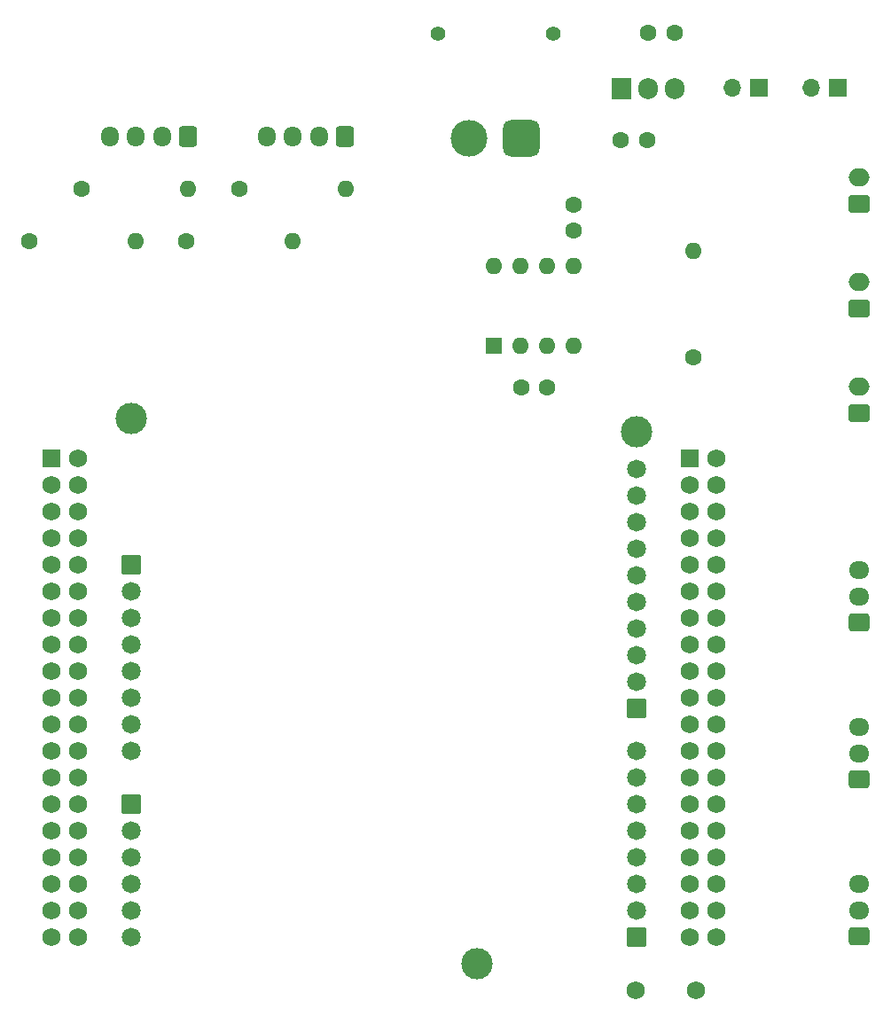
<source format=gbr>
%TF.GenerationSoftware,KiCad,Pcbnew,8.0.8-8.0.8-0~ubuntu24.04.1*%
%TF.CreationDate,2025-02-07T22:42:51+09:00*%
%TF.ProjectId,Accurate,41636375-7261-4746-952e-6b696361645f,rev?*%
%TF.SameCoordinates,Original*%
%TF.FileFunction,Soldermask,Bot*%
%TF.FilePolarity,Negative*%
%FSLAX46Y46*%
G04 Gerber Fmt 4.6, Leading zero omitted, Abs format (unit mm)*
G04 Created by KiCad (PCBNEW 8.0.8-8.0.8-0~ubuntu24.04.1) date 2025-02-07 22:42:51*
%MOMM*%
%LPD*%
G01*
G04 APERTURE LIST*
G04 Aperture macros list*
%AMRoundRect*
0 Rectangle with rounded corners*
0 $1 Rounding radius*
0 $2 $3 $4 $5 $6 $7 $8 $9 X,Y pos of 4 corners*
0 Add a 4 corners polygon primitive as box body*
4,1,4,$2,$3,$4,$5,$6,$7,$8,$9,$2,$3,0*
0 Add four circle primitives for the rounded corners*
1,1,$1+$1,$2,$3*
1,1,$1+$1,$4,$5*
1,1,$1+$1,$6,$7*
1,1,$1+$1,$8,$9*
0 Add four rect primitives between the rounded corners*
20,1,$1+$1,$2,$3,$4,$5,0*
20,1,$1+$1,$4,$5,$6,$7,0*
20,1,$1+$1,$6,$7,$8,$9,0*
20,1,$1+$1,$8,$9,$2,$3,0*%
G04 Aperture macros list end*
%ADD10C,1.600000*%
%ADD11C,1.734000*%
%ADD12RoundRect,0.250000X0.750000X-0.600000X0.750000X0.600000X-0.750000X0.600000X-0.750000X-0.600000X0*%
%ADD13O,2.000000X1.700000*%
%ADD14R,1.905000X2.000000*%
%ADD15O,1.905000X2.000000*%
%ADD16C,1.400000*%
%ADD17RoundRect,0.770000X-0.980000X-0.980000X0.980000X-0.980000X0.980000X0.980000X-0.980000X0.980000X0*%
%ADD18C,3.500000*%
%ADD19RoundRect,0.250000X0.725000X-0.600000X0.725000X0.600000X-0.725000X0.600000X-0.725000X-0.600000X0*%
%ADD20O,1.950000X1.700000*%
%ADD21O,1.600000X1.600000*%
%ADD22RoundRect,0.250000X0.600000X0.725000X-0.600000X0.725000X-0.600000X-0.725000X0.600000X-0.725000X0*%
%ADD23O,1.700000X1.950000*%
%ADD24R,1.600000X1.600000*%
%ADD25C,3.000000*%
%ADD26RoundRect,0.102000X-0.802500X-0.802500X0.802500X-0.802500X0.802500X0.802500X-0.802500X0.802500X0*%
%ADD27C,1.809000*%
%ADD28RoundRect,0.102000X-0.765000X-0.765000X0.765000X-0.765000X0.765000X0.765000X-0.765000X0.765000X0*%
%ADD29R,1.700000X1.700000*%
%ADD30O,1.700000X1.700000*%
G04 APERTURE END LIST*
D10*
%TO.C,0.1\u03BCF*%
X155200000Y-87550000D03*
X152700000Y-87550000D03*
%TD*%
D11*
%TO.C,*%
X163675000Y-145150000D03*
%TD*%
D10*
%TO.C,0.1\u03BCF*%
X157700000Y-72600000D03*
X157700000Y-70100000D03*
%TD*%
D12*
%TO.C,J2*%
X185000000Y-80000000D03*
D13*
X185000000Y-77500000D03*
%TD*%
D14*
%TO.C,U1*%
X162270000Y-59000000D03*
D15*
X164810000Y-59000000D03*
X167350000Y-59000000D03*
%TD*%
D16*
%TO.C,J9*%
X144750000Y-53775000D03*
X155750000Y-53775000D03*
D17*
X152750000Y-63775000D03*
D18*
X147750000Y-63775000D03*
%TD*%
D19*
%TO.C,J5*%
X185000000Y-125000000D03*
D20*
X185000000Y-122500000D03*
X185000000Y-120000000D03*
%TD*%
D10*
%TO.C,10k*%
X105770000Y-73600000D03*
D21*
X115930000Y-73600000D03*
%TD*%
D10*
%TO.C,10k*%
X110720000Y-68600000D03*
D21*
X120880000Y-68600000D03*
%TD*%
D22*
%TO.C,J8*%
X120900000Y-63600000D03*
D23*
X118400000Y-63600000D03*
X115900000Y-63600000D03*
X113400000Y-63600000D03*
%TD*%
D22*
%TO.C,J7*%
X135900000Y-63600000D03*
D23*
X133400000Y-63600000D03*
X130900000Y-63600000D03*
X128400000Y-63600000D03*
%TD*%
D24*
%TO.C,CAN_IC*%
X150100000Y-83550000D03*
D21*
X152640000Y-83550000D03*
X155180000Y-83550000D03*
X157720000Y-83550000D03*
X157720000Y-75930000D03*
X155180000Y-75930000D03*
X152640000Y-75930000D03*
X150100000Y-75930000D03*
%TD*%
D10*
%TO.C,120*%
X169150000Y-84660000D03*
D21*
X169150000Y-74500000D03*
%TD*%
D12*
%TO.C,J1*%
X185000000Y-90000000D03*
D13*
X185000000Y-87500000D03*
%TD*%
D25*
%TO.C,U3*%
X115500000Y-90500000D03*
X148520000Y-142570000D03*
X163760000Y-91770000D03*
D26*
X163760000Y-118190000D03*
D27*
X163760000Y-115650000D03*
X163760000Y-113110000D03*
X163760000Y-110570000D03*
X163760000Y-108030000D03*
X163760000Y-105490000D03*
X163760000Y-102950000D03*
X163760000Y-100410000D03*
X163760000Y-97870000D03*
X163760000Y-95330000D03*
D26*
X115500000Y-104470000D03*
D27*
X115500000Y-107010000D03*
X115500000Y-109550000D03*
X115500000Y-112090000D03*
X115500000Y-114630000D03*
X115500000Y-117170000D03*
X115500000Y-119710000D03*
X115500000Y-122250000D03*
D28*
X107880000Y-94310000D03*
D11*
X110420000Y-94310000D03*
X107880000Y-96850000D03*
X110420000Y-96850000D03*
X107880000Y-99390000D03*
X110420000Y-99390000D03*
X107880000Y-101930000D03*
X110420000Y-101930000D03*
X107880000Y-104470000D03*
X110420000Y-104470000D03*
X107880000Y-107010000D03*
X110420000Y-107010000D03*
X107880000Y-109550000D03*
X110420000Y-109550000D03*
X107880000Y-112090000D03*
X110420000Y-112090000D03*
X107880000Y-114630000D03*
X110420000Y-114630000D03*
X107880000Y-117170000D03*
X110420000Y-117170000D03*
X107880000Y-119710000D03*
X110420000Y-119710000D03*
X107880000Y-122250000D03*
X110420000Y-122250000D03*
X107880000Y-124790000D03*
X110420000Y-124790000D03*
X107880000Y-127330000D03*
X110420000Y-127330000D03*
X107880000Y-129870000D03*
X110420000Y-129870000D03*
X107880000Y-132410000D03*
X110420000Y-132410000D03*
X107880000Y-134950000D03*
X110420000Y-134950000D03*
X107880000Y-137490000D03*
X110420000Y-137490000D03*
X107880000Y-140030000D03*
X110420000Y-140030000D03*
D26*
X115500000Y-127330000D03*
D27*
X115500000Y-129870000D03*
X115500000Y-132410000D03*
X115500000Y-134950000D03*
X115500000Y-137490000D03*
X115500000Y-140030000D03*
D26*
X163760000Y-140030000D03*
D27*
X163760000Y-137490000D03*
X163760000Y-134950000D03*
X163760000Y-132410000D03*
X163760000Y-129870000D03*
X163760000Y-127330000D03*
X163760000Y-124790000D03*
X163760000Y-122250000D03*
D28*
X168840000Y-94310000D03*
D11*
X171380000Y-94310000D03*
X168840000Y-96850000D03*
X171380000Y-96850000D03*
X168840000Y-99390000D03*
X171380000Y-99390000D03*
X168840000Y-101930000D03*
X171380000Y-101930000D03*
X168840000Y-104470000D03*
X171380000Y-104470000D03*
X168840000Y-107010000D03*
X171380000Y-107010000D03*
X168840000Y-109550000D03*
X171380000Y-109550000D03*
X168840000Y-112090000D03*
X171380000Y-112090000D03*
X168840000Y-114630000D03*
X171380000Y-114630000D03*
X168840000Y-117170000D03*
X171380000Y-117170000D03*
X168840000Y-119710000D03*
X171380000Y-119710000D03*
X168840000Y-122250000D03*
X171380000Y-122250000D03*
X168840000Y-124790000D03*
X171380000Y-124790000D03*
X168840000Y-127330000D03*
X171380000Y-127330000D03*
X168840000Y-129870000D03*
X171380000Y-129870000D03*
X168840000Y-132410000D03*
X171380000Y-132410000D03*
X168840000Y-134950000D03*
X171380000Y-134950000D03*
X168840000Y-137490000D03*
X171380000Y-137490000D03*
X168840000Y-140030000D03*
X171380000Y-140030000D03*
%TD*%
D19*
%TO.C,J4*%
X185000000Y-110000000D03*
D20*
X185000000Y-107500000D03*
X185000000Y-105000000D03*
%TD*%
D10*
%TO.C,10k*%
X125770000Y-68600000D03*
D21*
X135930000Y-68600000D03*
%TD*%
D29*
%TO.C,J11*%
X175390000Y-58950000D03*
D30*
X172850000Y-58950000D03*
%TD*%
D11*
%TO.C,*%
X169425000Y-145150000D03*
%TD*%
D19*
%TO.C,J6*%
X185000000Y-140000000D03*
D20*
X185000000Y-137500000D03*
X185000000Y-135000000D03*
%TD*%
D10*
%TO.C,0.33\u03BCF*%
X162250000Y-63950000D03*
X164750000Y-63950000D03*
%TD*%
%TO.C,C4*%
X167350000Y-53700000D03*
X164850000Y-53700000D03*
%TD*%
D29*
%TO.C,J10*%
X182925000Y-58950000D03*
D30*
X180385000Y-58950000D03*
%TD*%
D10*
%TO.C,10k*%
X120720000Y-73600000D03*
D21*
X130880000Y-73600000D03*
%TD*%
D12*
%TO.C,J3*%
X185000000Y-70000000D03*
D13*
X185000000Y-67500000D03*
%TD*%
M02*

</source>
